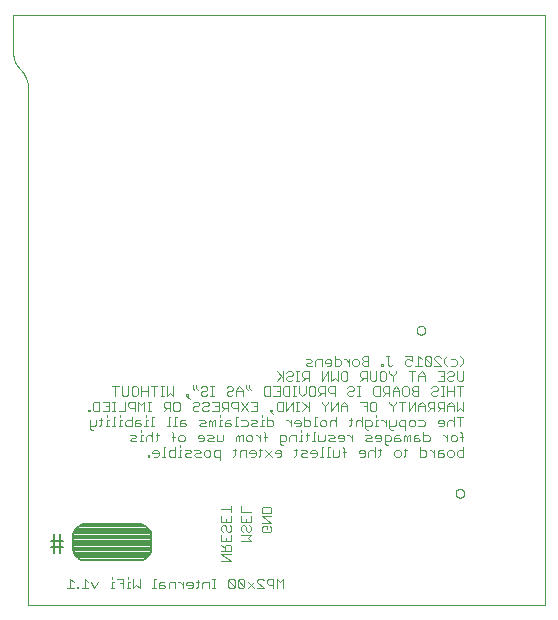
<source format=gbo>
G75*
%MOIN*%
%OFA0B0*%
%FSLAX25Y25*%
%IPPOS*%
%LPD*%
%AMOC8*
5,1,8,0,0,1.08239X$1,22.5*
%
%ADD10C,0.00000*%
%ADD11C,0.00300*%
%ADD12C,0.00800*%
%ADD13C,0.00600*%
D10*
X0006083Y0042283D02*
X0006083Y0214207D01*
X0006080Y0214441D01*
X0006072Y0214675D01*
X0006058Y0214909D01*
X0006038Y0215143D01*
X0006013Y0215376D01*
X0005983Y0215608D01*
X0005947Y0215839D01*
X0005905Y0216070D01*
X0005858Y0216299D01*
X0005806Y0216528D01*
X0005748Y0216755D01*
X0005684Y0216980D01*
X0005616Y0217204D01*
X0005542Y0217426D01*
X0005462Y0217647D01*
X0005378Y0217865D01*
X0005288Y0218082D01*
X0005194Y0218296D01*
X0005094Y0218508D01*
X0004989Y0218717D01*
X0004879Y0218924D01*
X0004764Y0219129D01*
X0004645Y0219330D01*
X0004520Y0219529D01*
X0004391Y0219724D01*
X0004258Y0219917D01*
X0004120Y0220106D01*
X0003977Y0220292D01*
X0003830Y0220474D01*
X0003679Y0220653D01*
X0003523Y0220828D01*
X0003364Y0220999D01*
X0003200Y0221167D01*
X0001083Y0226278D02*
X0001083Y0239134D01*
X0178248Y0239134D01*
X0178248Y0042283D01*
X0006083Y0042283D01*
X0135496Y0133957D02*
X0135498Y0134034D01*
X0135504Y0134110D01*
X0135514Y0134186D01*
X0135528Y0134261D01*
X0135545Y0134336D01*
X0135567Y0134409D01*
X0135592Y0134482D01*
X0135622Y0134553D01*
X0135654Y0134622D01*
X0135691Y0134689D01*
X0135730Y0134755D01*
X0135773Y0134818D01*
X0135820Y0134879D01*
X0135869Y0134938D01*
X0135922Y0134994D01*
X0135977Y0135047D01*
X0136035Y0135097D01*
X0136095Y0135144D01*
X0136158Y0135188D01*
X0136223Y0135229D01*
X0136290Y0135266D01*
X0136359Y0135300D01*
X0136429Y0135330D01*
X0136501Y0135356D01*
X0136575Y0135378D01*
X0136649Y0135397D01*
X0136724Y0135412D01*
X0136800Y0135423D01*
X0136876Y0135430D01*
X0136953Y0135433D01*
X0137029Y0135432D01*
X0137106Y0135427D01*
X0137182Y0135418D01*
X0137258Y0135405D01*
X0137332Y0135388D01*
X0137406Y0135368D01*
X0137479Y0135343D01*
X0137550Y0135315D01*
X0137620Y0135283D01*
X0137688Y0135248D01*
X0137754Y0135209D01*
X0137818Y0135167D01*
X0137879Y0135121D01*
X0137939Y0135072D01*
X0137995Y0135021D01*
X0138049Y0134966D01*
X0138100Y0134909D01*
X0138148Y0134849D01*
X0138193Y0134787D01*
X0138234Y0134722D01*
X0138272Y0134656D01*
X0138307Y0134588D01*
X0138337Y0134517D01*
X0138365Y0134446D01*
X0138388Y0134373D01*
X0138408Y0134299D01*
X0138424Y0134224D01*
X0138436Y0134148D01*
X0138444Y0134072D01*
X0138448Y0133995D01*
X0138448Y0133919D01*
X0138444Y0133842D01*
X0138436Y0133766D01*
X0138424Y0133690D01*
X0138408Y0133615D01*
X0138388Y0133541D01*
X0138365Y0133468D01*
X0138337Y0133397D01*
X0138307Y0133326D01*
X0138272Y0133258D01*
X0138234Y0133192D01*
X0138193Y0133127D01*
X0138148Y0133065D01*
X0138100Y0133005D01*
X0138049Y0132948D01*
X0137995Y0132893D01*
X0137939Y0132842D01*
X0137879Y0132793D01*
X0137818Y0132747D01*
X0137754Y0132705D01*
X0137688Y0132666D01*
X0137620Y0132631D01*
X0137550Y0132599D01*
X0137479Y0132571D01*
X0137406Y0132546D01*
X0137332Y0132526D01*
X0137258Y0132509D01*
X0137182Y0132496D01*
X0137106Y0132487D01*
X0137029Y0132482D01*
X0136953Y0132481D01*
X0136876Y0132484D01*
X0136800Y0132491D01*
X0136724Y0132502D01*
X0136649Y0132517D01*
X0136575Y0132536D01*
X0136501Y0132558D01*
X0136429Y0132584D01*
X0136359Y0132614D01*
X0136290Y0132648D01*
X0136223Y0132685D01*
X0136158Y0132726D01*
X0136095Y0132770D01*
X0136035Y0132817D01*
X0135977Y0132867D01*
X0135922Y0132920D01*
X0135869Y0132976D01*
X0135820Y0133035D01*
X0135773Y0133096D01*
X0135730Y0133159D01*
X0135691Y0133225D01*
X0135654Y0133292D01*
X0135622Y0133361D01*
X0135592Y0133432D01*
X0135567Y0133505D01*
X0135545Y0133578D01*
X0135528Y0133653D01*
X0135514Y0133728D01*
X0135504Y0133804D01*
X0135498Y0133880D01*
X0135496Y0133957D01*
X0148489Y0079626D02*
X0148491Y0079703D01*
X0148497Y0079779D01*
X0148507Y0079855D01*
X0148521Y0079930D01*
X0148538Y0080005D01*
X0148560Y0080078D01*
X0148585Y0080151D01*
X0148615Y0080222D01*
X0148647Y0080291D01*
X0148684Y0080358D01*
X0148723Y0080424D01*
X0148766Y0080487D01*
X0148813Y0080548D01*
X0148862Y0080607D01*
X0148915Y0080663D01*
X0148970Y0080716D01*
X0149028Y0080766D01*
X0149088Y0080813D01*
X0149151Y0080857D01*
X0149216Y0080898D01*
X0149283Y0080935D01*
X0149352Y0080969D01*
X0149422Y0080999D01*
X0149494Y0081025D01*
X0149568Y0081047D01*
X0149642Y0081066D01*
X0149717Y0081081D01*
X0149793Y0081092D01*
X0149869Y0081099D01*
X0149946Y0081102D01*
X0150022Y0081101D01*
X0150099Y0081096D01*
X0150175Y0081087D01*
X0150251Y0081074D01*
X0150325Y0081057D01*
X0150399Y0081037D01*
X0150472Y0081012D01*
X0150543Y0080984D01*
X0150613Y0080952D01*
X0150681Y0080917D01*
X0150747Y0080878D01*
X0150811Y0080836D01*
X0150872Y0080790D01*
X0150932Y0080741D01*
X0150988Y0080690D01*
X0151042Y0080635D01*
X0151093Y0080578D01*
X0151141Y0080518D01*
X0151186Y0080456D01*
X0151227Y0080391D01*
X0151265Y0080325D01*
X0151300Y0080257D01*
X0151330Y0080186D01*
X0151358Y0080115D01*
X0151381Y0080042D01*
X0151401Y0079968D01*
X0151417Y0079893D01*
X0151429Y0079817D01*
X0151437Y0079741D01*
X0151441Y0079664D01*
X0151441Y0079588D01*
X0151437Y0079511D01*
X0151429Y0079435D01*
X0151417Y0079359D01*
X0151401Y0079284D01*
X0151381Y0079210D01*
X0151358Y0079137D01*
X0151330Y0079066D01*
X0151300Y0078995D01*
X0151265Y0078927D01*
X0151227Y0078861D01*
X0151186Y0078796D01*
X0151141Y0078734D01*
X0151093Y0078674D01*
X0151042Y0078617D01*
X0150988Y0078562D01*
X0150932Y0078511D01*
X0150872Y0078462D01*
X0150811Y0078416D01*
X0150747Y0078374D01*
X0150681Y0078335D01*
X0150613Y0078300D01*
X0150543Y0078268D01*
X0150472Y0078240D01*
X0150399Y0078215D01*
X0150325Y0078195D01*
X0150251Y0078178D01*
X0150175Y0078165D01*
X0150099Y0078156D01*
X0150022Y0078151D01*
X0149946Y0078150D01*
X0149869Y0078153D01*
X0149793Y0078160D01*
X0149717Y0078171D01*
X0149642Y0078186D01*
X0149568Y0078205D01*
X0149494Y0078227D01*
X0149422Y0078253D01*
X0149352Y0078283D01*
X0149283Y0078317D01*
X0149216Y0078354D01*
X0149151Y0078395D01*
X0149088Y0078439D01*
X0149028Y0078486D01*
X0148970Y0078536D01*
X0148915Y0078589D01*
X0148862Y0078645D01*
X0148813Y0078704D01*
X0148766Y0078765D01*
X0148723Y0078828D01*
X0148684Y0078894D01*
X0148647Y0078961D01*
X0148615Y0079030D01*
X0148585Y0079101D01*
X0148560Y0079174D01*
X0148538Y0079247D01*
X0148521Y0079322D01*
X0148507Y0079397D01*
X0148497Y0079473D01*
X0148491Y0079549D01*
X0148489Y0079626D01*
X0003199Y0221166D02*
X0003075Y0221293D01*
X0002955Y0221423D01*
X0002837Y0221556D01*
X0002723Y0221692D01*
X0002612Y0221830D01*
X0002505Y0221972D01*
X0002401Y0222115D01*
X0002300Y0222262D01*
X0002204Y0222411D01*
X0002110Y0222562D01*
X0002021Y0222715D01*
X0001936Y0222870D01*
X0001854Y0223028D01*
X0001776Y0223187D01*
X0001702Y0223349D01*
X0001632Y0223512D01*
X0001566Y0223676D01*
X0001505Y0223843D01*
X0001447Y0224010D01*
X0001393Y0224180D01*
X0001344Y0224350D01*
X0001299Y0224521D01*
X0001258Y0224694D01*
X0001221Y0224868D01*
X0001188Y0225042D01*
X0001160Y0225217D01*
X0001136Y0225393D01*
X0001117Y0225569D01*
X0001102Y0225746D01*
X0001091Y0225923D01*
X0001084Y0226101D01*
X0001082Y0226278D01*
D11*
X0034053Y0115196D02*
X0036188Y0115196D01*
X0035120Y0115196D02*
X0035120Y0111993D01*
X0035114Y0110156D02*
X0034046Y0110156D01*
X0034580Y0110156D02*
X0034580Y0106953D01*
X0035114Y0106953D02*
X0034046Y0106953D01*
X0032965Y0106953D02*
X0030830Y0106953D01*
X0029742Y0106953D02*
X0029742Y0110156D01*
X0028141Y0110156D01*
X0027607Y0109622D01*
X0027607Y0107487D01*
X0028141Y0106953D01*
X0029742Y0106953D01*
X0030283Y0104582D02*
X0030283Y0102447D01*
X0029749Y0101913D01*
X0028668Y0102447D02*
X0028134Y0101913D01*
X0026533Y0101913D01*
X0026533Y0101380D02*
X0026533Y0104049D01*
X0028668Y0104049D02*
X0028668Y0102447D01*
X0027601Y0100846D02*
X0027067Y0100846D01*
X0026533Y0101380D01*
X0029749Y0104049D02*
X0030817Y0104049D01*
X0032431Y0104049D02*
X0032431Y0101913D01*
X0031898Y0101913D02*
X0032965Y0101913D01*
X0034046Y0101913D02*
X0035114Y0101913D01*
X0034580Y0101913D02*
X0034580Y0105116D01*
X0035114Y0105116D01*
X0036728Y0105116D02*
X0036728Y0105650D01*
X0036201Y0106953D02*
X0038336Y0106953D01*
X0038336Y0110156D01*
X0039424Y0109622D02*
X0039424Y0108555D01*
X0039958Y0108021D01*
X0041559Y0108021D01*
X0041559Y0106953D02*
X0041559Y0110156D01*
X0039958Y0110156D01*
X0039424Y0109622D01*
X0038877Y0111993D02*
X0037809Y0111993D01*
X0037276Y0112527D01*
X0037276Y0115196D01*
X0039411Y0115196D02*
X0039411Y0112527D01*
X0038877Y0111993D01*
X0040498Y0112527D02*
X0040498Y0114662D01*
X0041032Y0115196D01*
X0042100Y0115196D01*
X0042633Y0114662D01*
X0042633Y0112527D01*
X0042100Y0111993D01*
X0041032Y0111993D01*
X0040498Y0112527D01*
X0042647Y0110156D02*
X0042647Y0106953D01*
X0044782Y0106953D02*
X0044782Y0110156D01*
X0043714Y0109089D01*
X0042647Y0110156D01*
X0043721Y0111993D02*
X0043721Y0115196D01*
X0043721Y0113595D02*
X0045856Y0113595D01*
X0045856Y0115196D02*
X0045856Y0111993D01*
X0045863Y0110156D02*
X0046930Y0110156D01*
X0046397Y0110156D02*
X0046397Y0106953D01*
X0046930Y0106953D02*
X0045863Y0106953D01*
X0045322Y0105650D02*
X0045322Y0105116D01*
X0045322Y0104049D02*
X0045322Y0101913D01*
X0044789Y0101913D02*
X0045856Y0101913D01*
X0046937Y0101913D02*
X0048005Y0101913D01*
X0047471Y0101913D02*
X0047471Y0105116D01*
X0048005Y0105116D01*
X0045856Y0104049D02*
X0045322Y0104049D01*
X0043174Y0104049D02*
X0042106Y0104049D01*
X0041573Y0103515D01*
X0041573Y0101913D01*
X0043174Y0101913D01*
X0043708Y0102447D01*
X0043174Y0102981D01*
X0041573Y0102981D01*
X0040485Y0101913D02*
X0040485Y0105116D01*
X0040485Y0104049D02*
X0038884Y0104049D01*
X0038350Y0103515D01*
X0038350Y0102447D01*
X0038884Y0101913D01*
X0040485Y0101913D01*
X0039961Y0099009D02*
X0041563Y0099009D01*
X0042096Y0098475D01*
X0041563Y0097941D01*
X0040495Y0097941D01*
X0039961Y0097407D01*
X0040495Y0096873D01*
X0042096Y0096873D01*
X0043177Y0096873D02*
X0044245Y0096873D01*
X0043711Y0096873D02*
X0043711Y0099009D01*
X0044245Y0099009D01*
X0043711Y0100076D02*
X0043711Y0100610D01*
X0045332Y0098475D02*
X0045332Y0096873D01*
X0045332Y0098475D02*
X0045866Y0099009D01*
X0046934Y0099009D01*
X0047468Y0098475D01*
X0048549Y0099009D02*
X0049616Y0099009D01*
X0049082Y0099542D02*
X0049082Y0097407D01*
X0048549Y0096873D01*
X0047468Y0096873D02*
X0047468Y0100076D01*
X0051231Y0095036D02*
X0051231Y0091833D01*
X0051765Y0091833D02*
X0050697Y0091833D01*
X0049616Y0092367D02*
X0049616Y0093435D01*
X0049082Y0093969D01*
X0048015Y0093969D01*
X0047481Y0093435D01*
X0047481Y0092901D01*
X0049616Y0092901D01*
X0049616Y0092367D02*
X0049082Y0091833D01*
X0048015Y0091833D01*
X0046393Y0091833D02*
X0046393Y0092367D01*
X0045860Y0092367D01*
X0045860Y0091833D01*
X0046393Y0091833D01*
X0051231Y0095036D02*
X0051765Y0095036D01*
X0052852Y0093435D02*
X0053386Y0093969D01*
X0054987Y0093969D01*
X0054987Y0095036D02*
X0054987Y0091833D01*
X0053386Y0091833D01*
X0052852Y0092367D01*
X0052852Y0093435D01*
X0054454Y0096873D02*
X0054454Y0099542D01*
X0053920Y0100076D01*
X0053920Y0098475D02*
X0054987Y0098475D01*
X0056075Y0098475D02*
X0056609Y0099009D01*
X0057676Y0099009D01*
X0058210Y0098475D01*
X0058210Y0097407D01*
X0057676Y0096873D01*
X0056609Y0096873D01*
X0056075Y0097407D01*
X0056075Y0098475D01*
X0056602Y0095570D02*
X0056602Y0095036D01*
X0056602Y0093969D02*
X0056602Y0091833D01*
X0057136Y0091833D02*
X0056068Y0091833D01*
X0056602Y0093969D02*
X0057136Y0093969D01*
X0058223Y0093969D02*
X0059825Y0093969D01*
X0060359Y0093435D01*
X0059825Y0092901D01*
X0058757Y0092901D01*
X0058223Y0092367D01*
X0058757Y0091833D01*
X0060359Y0091833D01*
X0061446Y0092367D02*
X0061980Y0092901D01*
X0063048Y0092901D01*
X0063581Y0093435D01*
X0063048Y0093969D01*
X0061446Y0093969D01*
X0061446Y0092367D02*
X0061980Y0091833D01*
X0063581Y0091833D01*
X0064669Y0092367D02*
X0064669Y0093435D01*
X0065203Y0093969D01*
X0066270Y0093969D01*
X0066804Y0093435D01*
X0066804Y0092367D01*
X0066270Y0091833D01*
X0065203Y0091833D01*
X0064669Y0092367D01*
X0067892Y0092367D02*
X0068425Y0091833D01*
X0070027Y0091833D01*
X0070027Y0090766D02*
X0070027Y0093969D01*
X0068425Y0093969D01*
X0067892Y0093435D01*
X0067892Y0092367D01*
X0067878Y0096873D02*
X0066277Y0096873D01*
X0065743Y0097407D01*
X0066277Y0097941D01*
X0067345Y0097941D01*
X0067878Y0098475D01*
X0067345Y0099009D01*
X0065743Y0099009D01*
X0064656Y0098475D02*
X0064122Y0099009D01*
X0063054Y0099009D01*
X0062520Y0098475D01*
X0062520Y0097941D01*
X0064656Y0097941D01*
X0064656Y0097407D02*
X0064656Y0098475D01*
X0064656Y0097407D02*
X0064122Y0096873D01*
X0063054Y0096873D01*
X0063591Y0101913D02*
X0063058Y0102447D01*
X0063591Y0102981D01*
X0064659Y0102981D01*
X0065193Y0103515D01*
X0064659Y0104049D01*
X0063058Y0104049D01*
X0063591Y0101913D02*
X0065193Y0101913D01*
X0066280Y0101913D02*
X0066280Y0103515D01*
X0066814Y0104049D01*
X0067348Y0103515D01*
X0067348Y0101913D01*
X0068415Y0101913D02*
X0068415Y0104049D01*
X0067882Y0104049D01*
X0067348Y0103515D01*
X0069496Y0101913D02*
X0070564Y0101913D01*
X0070030Y0101913D02*
X0070030Y0104049D01*
X0070564Y0104049D01*
X0070030Y0105116D02*
X0070030Y0105650D01*
X0069490Y0106953D02*
X0067355Y0106953D01*
X0066267Y0107487D02*
X0065733Y0106953D01*
X0064666Y0106953D01*
X0064132Y0107487D01*
X0064132Y0108021D01*
X0064666Y0108555D01*
X0065733Y0108555D01*
X0066267Y0109089D01*
X0066267Y0109622D01*
X0065733Y0110156D01*
X0064666Y0110156D01*
X0064132Y0109622D01*
X0063044Y0109622D02*
X0063044Y0109089D01*
X0062510Y0108555D01*
X0061443Y0108555D01*
X0060909Y0108021D01*
X0060909Y0107487D01*
X0061443Y0106953D01*
X0062510Y0106953D01*
X0063044Y0107487D01*
X0063044Y0109622D02*
X0062510Y0110156D01*
X0061443Y0110156D01*
X0060909Y0109622D01*
X0059821Y0110926D02*
X0058754Y0111993D01*
X0059288Y0111993D01*
X0059288Y0112527D01*
X0058754Y0112527D01*
X0058754Y0111993D01*
X0056599Y0109622D02*
X0056599Y0107487D01*
X0056065Y0106953D01*
X0054997Y0106953D01*
X0054464Y0107487D01*
X0054464Y0109622D01*
X0054997Y0110156D01*
X0056065Y0110156D01*
X0056599Y0109622D01*
X0054450Y0111993D02*
X0053383Y0113061D01*
X0052315Y0111993D01*
X0052315Y0115196D01*
X0051227Y0115196D02*
X0050160Y0115196D01*
X0050694Y0115196D02*
X0050694Y0111993D01*
X0051227Y0111993D02*
X0050160Y0111993D01*
X0048011Y0111993D02*
X0048011Y0115196D01*
X0046944Y0115196D02*
X0049079Y0115196D01*
X0051775Y0110156D02*
X0051241Y0109622D01*
X0051241Y0108555D01*
X0051775Y0108021D01*
X0053376Y0108021D01*
X0053376Y0106953D02*
X0053376Y0110156D01*
X0051775Y0110156D01*
X0052308Y0108021D02*
X0051241Y0106953D01*
X0052842Y0105116D02*
X0052842Y0101913D01*
X0053376Y0101913D02*
X0052308Y0101913D01*
X0054457Y0101913D02*
X0055524Y0101913D01*
X0054991Y0101913D02*
X0054991Y0105116D01*
X0055524Y0105116D01*
X0056612Y0103515D02*
X0056612Y0101913D01*
X0058213Y0101913D01*
X0058747Y0102447D01*
X0058213Y0102981D01*
X0056612Y0102981D01*
X0056612Y0103515D02*
X0057146Y0104049D01*
X0058213Y0104049D01*
X0053376Y0105116D02*
X0052842Y0105116D01*
X0054450Y0111993D02*
X0054450Y0115196D01*
X0060906Y0114662D02*
X0061440Y0114129D01*
X0061973Y0114662D02*
X0062507Y0114129D01*
X0061973Y0114662D02*
X0061973Y0115730D01*
X0060906Y0115730D02*
X0060906Y0114662D01*
X0063595Y0114662D02*
X0064128Y0115196D01*
X0065196Y0115196D01*
X0065730Y0114662D01*
X0065730Y0114129D01*
X0065196Y0113595D01*
X0064128Y0113595D01*
X0063595Y0113061D01*
X0063595Y0112527D01*
X0064128Y0111993D01*
X0065196Y0111993D01*
X0065730Y0112527D01*
X0066811Y0111993D02*
X0067878Y0111993D01*
X0067345Y0111993D02*
X0067345Y0115196D01*
X0067878Y0115196D02*
X0066811Y0115196D01*
X0067355Y0110156D02*
X0069490Y0110156D01*
X0069490Y0106953D01*
X0070577Y0106953D02*
X0071645Y0108021D01*
X0071111Y0108021D02*
X0072712Y0108021D01*
X0072712Y0106953D02*
X0072712Y0110156D01*
X0071111Y0110156D01*
X0070577Y0109622D01*
X0070577Y0108555D01*
X0071111Y0108021D01*
X0069490Y0108555D02*
X0068422Y0108555D01*
X0072189Y0112527D02*
X0072722Y0111993D01*
X0073790Y0111993D01*
X0074324Y0112527D01*
X0073790Y0113595D02*
X0072722Y0113595D01*
X0072189Y0113061D01*
X0072189Y0112527D01*
X0073790Y0113595D02*
X0074324Y0114129D01*
X0074324Y0114662D01*
X0073790Y0115196D01*
X0072722Y0115196D01*
X0072189Y0114662D01*
X0075411Y0114129D02*
X0075411Y0111993D01*
X0075411Y0113595D02*
X0077547Y0113595D01*
X0077547Y0114129D02*
X0077547Y0111993D01*
X0077023Y0110156D02*
X0079158Y0106953D01*
X0080246Y0106953D02*
X0082381Y0106953D01*
X0082381Y0110156D01*
X0080246Y0110156D01*
X0079158Y0110156D02*
X0077023Y0106953D01*
X0075935Y0106953D02*
X0075935Y0110156D01*
X0074334Y0110156D01*
X0073800Y0109622D01*
X0073800Y0108555D01*
X0074334Y0108021D01*
X0075935Y0108021D01*
X0075935Y0105116D02*
X0075401Y0105116D01*
X0075401Y0101913D01*
X0074868Y0101913D02*
X0075935Y0101913D01*
X0077023Y0101913D02*
X0078624Y0101913D01*
X0079158Y0102447D01*
X0079158Y0103515D01*
X0078624Y0104049D01*
X0077023Y0104049D01*
X0073787Y0102447D02*
X0073253Y0102981D01*
X0071652Y0102981D01*
X0071652Y0103515D02*
X0071652Y0101913D01*
X0073253Y0101913D01*
X0073787Y0102447D01*
X0073253Y0104049D02*
X0072185Y0104049D01*
X0071652Y0103515D01*
X0071101Y0099009D02*
X0071101Y0097407D01*
X0070567Y0096873D01*
X0068966Y0096873D01*
X0068966Y0099009D01*
X0074331Y0093969D02*
X0075398Y0093969D01*
X0074864Y0094502D02*
X0074864Y0092367D01*
X0074331Y0091833D01*
X0076486Y0091833D02*
X0076486Y0093435D01*
X0077019Y0093969D01*
X0078621Y0093969D01*
X0078621Y0091833D01*
X0079708Y0092901D02*
X0081844Y0092901D01*
X0081844Y0092367D02*
X0081844Y0093435D01*
X0081310Y0093969D01*
X0080242Y0093969D01*
X0079708Y0093435D01*
X0079708Y0092901D01*
X0080242Y0091833D02*
X0081310Y0091833D01*
X0081844Y0092367D01*
X0082925Y0091833D02*
X0083458Y0092367D01*
X0083458Y0094502D01*
X0082925Y0093969D02*
X0083992Y0093969D01*
X0085080Y0093969D02*
X0087215Y0091833D01*
X0088302Y0092901D02*
X0090438Y0092901D01*
X0090438Y0092367D02*
X0090438Y0093435D01*
X0089904Y0093969D01*
X0088836Y0093969D01*
X0088302Y0093435D01*
X0088302Y0092901D01*
X0088836Y0091833D02*
X0089904Y0091833D01*
X0090438Y0092367D01*
X0090448Y0095806D02*
X0089914Y0096340D01*
X0089914Y0099009D01*
X0091515Y0099009D01*
X0092049Y0098475D01*
X0092049Y0097407D01*
X0091515Y0096873D01*
X0089914Y0096873D01*
X0090448Y0095806D02*
X0090981Y0095806D01*
X0093137Y0096873D02*
X0093137Y0098475D01*
X0093670Y0099009D01*
X0095272Y0099009D01*
X0095272Y0096873D01*
X0096353Y0096873D02*
X0097420Y0096873D01*
X0096886Y0096873D02*
X0096886Y0099009D01*
X0097420Y0099009D01*
X0098501Y0099009D02*
X0099569Y0099009D01*
X0099035Y0099542D02*
X0099035Y0097407D01*
X0098501Y0096873D01*
X0098498Y0093969D02*
X0096896Y0093969D01*
X0095809Y0093969D02*
X0094741Y0093969D01*
X0095275Y0094502D02*
X0095275Y0092367D01*
X0094741Y0091833D01*
X0096896Y0092367D02*
X0097430Y0091833D01*
X0099032Y0091833D01*
X0098498Y0092901D02*
X0099032Y0093435D01*
X0098498Y0093969D01*
X0098498Y0092901D02*
X0097430Y0092901D01*
X0096896Y0092367D01*
X0100119Y0092901D02*
X0102254Y0092901D01*
X0102254Y0092367D02*
X0102254Y0093435D01*
X0101721Y0093969D01*
X0100653Y0093969D01*
X0100119Y0093435D01*
X0100119Y0092901D01*
X0100653Y0091833D02*
X0101721Y0091833D01*
X0102254Y0092367D01*
X0103335Y0091833D02*
X0104403Y0091833D01*
X0103869Y0091833D02*
X0103869Y0095036D01*
X0104403Y0095036D01*
X0106018Y0095036D02*
X0106018Y0091833D01*
X0106551Y0091833D02*
X0105484Y0091833D01*
X0107639Y0091833D02*
X0107639Y0093969D01*
X0106551Y0095036D02*
X0106018Y0095036D01*
X0106561Y0096873D02*
X0106028Y0097407D01*
X0106561Y0097941D01*
X0107629Y0097941D01*
X0108163Y0098475D01*
X0107629Y0099009D01*
X0106028Y0099009D01*
X0104940Y0099009D02*
X0104940Y0097407D01*
X0104406Y0096873D01*
X0102805Y0096873D01*
X0102805Y0099009D01*
X0101717Y0100076D02*
X0101183Y0100076D01*
X0101183Y0096873D01*
X0100650Y0096873D02*
X0101717Y0096873D01*
X0096886Y0100076D02*
X0096886Y0100610D01*
X0096349Y0101913D02*
X0096883Y0102447D01*
X0096883Y0103515D01*
X0096349Y0104049D01*
X0095282Y0104049D01*
X0094748Y0103515D01*
X0094748Y0102981D01*
X0096883Y0102981D01*
X0096349Y0101913D02*
X0095282Y0101913D01*
X0093660Y0101913D02*
X0093660Y0104049D01*
X0092593Y0104049D02*
X0093660Y0102981D01*
X0092593Y0104049D02*
X0092059Y0104049D01*
X0092062Y0106953D02*
X0092062Y0110156D01*
X0090975Y0110156D02*
X0090975Y0106953D01*
X0089373Y0106953D01*
X0088840Y0107487D01*
X0088840Y0109622D01*
X0089373Y0110156D01*
X0090975Y0110156D01*
X0091522Y0111993D02*
X0090988Y0112527D01*
X0090988Y0114662D01*
X0091522Y0115196D01*
X0093123Y0115196D01*
X0093123Y0111993D01*
X0091522Y0111993D01*
X0089900Y0111993D02*
X0089900Y0115196D01*
X0087765Y0115196D01*
X0086678Y0115196D02*
X0085076Y0115196D01*
X0084543Y0114662D01*
X0084543Y0112527D01*
X0085076Y0111993D01*
X0086678Y0111993D01*
X0086678Y0115196D01*
X0088833Y0113595D02*
X0089900Y0113595D01*
X0089900Y0111993D02*
X0087765Y0111993D01*
X0087218Y0107487D02*
X0087218Y0106953D01*
X0086684Y0106953D01*
X0086684Y0107487D01*
X0087218Y0107487D01*
X0086684Y0106953D02*
X0087752Y0105886D01*
X0087218Y0104049D02*
X0085617Y0104049D01*
X0085617Y0105116D02*
X0085617Y0101913D01*
X0087218Y0101913D01*
X0087752Y0102447D01*
X0087752Y0103515D01*
X0087218Y0104049D01*
X0084529Y0104049D02*
X0083995Y0104049D01*
X0083995Y0101913D01*
X0083462Y0101913D02*
X0084529Y0101913D01*
X0084536Y0100076D02*
X0085070Y0099542D01*
X0085070Y0096873D01*
X0083455Y0096873D02*
X0083455Y0099009D01*
X0083455Y0097941D02*
X0082387Y0099009D01*
X0081854Y0099009D01*
X0080769Y0098475D02*
X0080769Y0097407D01*
X0080236Y0096873D01*
X0079168Y0096873D01*
X0078634Y0097407D01*
X0078634Y0098475D01*
X0079168Y0099009D01*
X0080236Y0099009D01*
X0080769Y0098475D01*
X0077547Y0099009D02*
X0077547Y0096873D01*
X0076479Y0096873D02*
X0076479Y0098475D01*
X0075945Y0099009D01*
X0075411Y0098475D01*
X0075411Y0096873D01*
X0076479Y0098475D02*
X0077013Y0099009D01*
X0077547Y0099009D01*
X0080779Y0101913D02*
X0080246Y0102447D01*
X0080779Y0102981D01*
X0081847Y0102981D01*
X0082381Y0103515D01*
X0081847Y0104049D01*
X0080246Y0104049D01*
X0080779Y0101913D02*
X0082381Y0101913D01*
X0083995Y0105116D02*
X0083995Y0105650D01*
X0082381Y0108555D02*
X0081313Y0108555D01*
X0080232Y0114129D02*
X0079698Y0114662D01*
X0079698Y0115730D01*
X0078631Y0115730D02*
X0078631Y0114662D01*
X0079165Y0114129D01*
X0077547Y0114129D02*
X0076479Y0115196D01*
X0075411Y0114129D01*
X0088840Y0117033D02*
X0090441Y0118635D01*
X0090975Y0118101D02*
X0088840Y0120236D01*
X0090975Y0120236D02*
X0090975Y0117033D01*
X0092062Y0117567D02*
X0092596Y0117033D01*
X0093664Y0117033D01*
X0094197Y0117567D01*
X0093664Y0118635D02*
X0092596Y0118635D01*
X0092062Y0118101D01*
X0092062Y0117567D01*
X0093664Y0118635D02*
X0094197Y0119169D01*
X0094197Y0119702D01*
X0093664Y0120236D01*
X0092596Y0120236D01*
X0092062Y0119702D01*
X0095278Y0120236D02*
X0096346Y0120236D01*
X0095812Y0120236D02*
X0095812Y0117033D01*
X0096346Y0117033D02*
X0095278Y0117033D01*
X0095272Y0115196D02*
X0094204Y0115196D01*
X0094738Y0115196D02*
X0094738Y0111993D01*
X0095272Y0111993D02*
X0094204Y0111993D01*
X0094197Y0110156D02*
X0092062Y0106953D01*
X0094197Y0106953D02*
X0094197Y0110156D01*
X0095278Y0110156D02*
X0096346Y0110156D01*
X0095812Y0110156D02*
X0095812Y0106953D01*
X0096346Y0106953D02*
X0095278Y0106953D01*
X0097434Y0106953D02*
X0099035Y0108555D01*
X0099569Y0108021D02*
X0097434Y0110156D01*
X0097427Y0111993D02*
X0096359Y0113061D01*
X0096359Y0115196D01*
X0097434Y0117033D02*
X0098501Y0118101D01*
X0097967Y0118101D02*
X0099569Y0118101D01*
X0099569Y0117033D02*
X0099569Y0120236D01*
X0097967Y0120236D01*
X0097434Y0119702D01*
X0097434Y0118635D01*
X0097967Y0118101D01*
X0098494Y0115196D02*
X0098494Y0113061D01*
X0097427Y0111993D01*
X0099582Y0112527D02*
X0099582Y0114662D01*
X0100116Y0115196D01*
X0101183Y0115196D01*
X0101717Y0114662D01*
X0101717Y0112527D01*
X0101183Y0111993D01*
X0100116Y0111993D01*
X0099582Y0112527D01*
X0099569Y0110156D02*
X0099569Y0106953D01*
X0097971Y0105116D02*
X0097971Y0101913D01*
X0099572Y0101913D01*
X0100106Y0102447D01*
X0100106Y0103515D01*
X0099572Y0104049D01*
X0097971Y0104049D01*
X0101187Y0101913D02*
X0102254Y0101913D01*
X0101721Y0101913D02*
X0101721Y0105116D01*
X0102254Y0105116D01*
X0103342Y0103515D02*
X0103876Y0104049D01*
X0104943Y0104049D01*
X0105477Y0103515D01*
X0105477Y0102447D01*
X0104943Y0101913D01*
X0103876Y0101913D01*
X0103342Y0102447D01*
X0103342Y0103515D01*
X0106565Y0103515D02*
X0106565Y0101913D01*
X0106565Y0103515D02*
X0107098Y0104049D01*
X0108166Y0104049D01*
X0108700Y0103515D01*
X0108700Y0105116D02*
X0108700Y0101913D01*
X0109784Y0099009D02*
X0109250Y0098475D01*
X0109250Y0097941D01*
X0111385Y0097941D01*
X0111385Y0097407D02*
X0111385Y0098475D01*
X0110852Y0099009D01*
X0109784Y0099009D01*
X0109784Y0096873D02*
X0110852Y0096873D01*
X0111385Y0097407D01*
X0112470Y0099009D02*
X0113004Y0099009D01*
X0114071Y0097941D01*
X0114071Y0096873D02*
X0114071Y0099009D01*
X0113004Y0101913D02*
X0113537Y0102447D01*
X0113537Y0104582D01*
X0113004Y0104049D02*
X0114071Y0104049D01*
X0115159Y0103515D02*
X0115159Y0101913D01*
X0115159Y0103515D02*
X0115692Y0104049D01*
X0116760Y0104049D01*
X0117294Y0103515D01*
X0118381Y0104049D02*
X0118381Y0101380D01*
X0118915Y0100846D01*
X0119449Y0100846D01*
X0119983Y0101913D02*
X0118381Y0101913D01*
X0117294Y0101913D02*
X0117294Y0105116D01*
X0118381Y0104049D02*
X0119983Y0104049D01*
X0120517Y0103515D01*
X0120517Y0102447D01*
X0119983Y0101913D01*
X0121598Y0101913D02*
X0122665Y0101913D01*
X0122131Y0101913D02*
X0122131Y0104049D01*
X0122665Y0104049D01*
X0123749Y0104049D02*
X0124283Y0104049D01*
X0125351Y0102981D01*
X0125351Y0101913D02*
X0125351Y0104049D01*
X0126438Y0104049D02*
X0126438Y0101380D01*
X0126972Y0100846D01*
X0127506Y0100846D01*
X0128040Y0101913D02*
X0126438Y0101913D01*
X0128040Y0101913D02*
X0128573Y0102447D01*
X0128573Y0104049D01*
X0129661Y0103515D02*
X0129661Y0102447D01*
X0130195Y0101913D01*
X0131796Y0101913D01*
X0131796Y0100846D02*
X0131796Y0104049D01*
X0130195Y0104049D01*
X0129661Y0103515D01*
X0132884Y0103515D02*
X0133418Y0104049D01*
X0134485Y0104049D01*
X0135019Y0103515D01*
X0135019Y0102447D01*
X0134485Y0101913D01*
X0133418Y0101913D01*
X0132884Y0102447D01*
X0132884Y0103515D01*
X0136107Y0104049D02*
X0137708Y0104049D01*
X0138242Y0103515D01*
X0138242Y0102447D01*
X0137708Y0101913D01*
X0136107Y0101913D01*
X0137718Y0100076D02*
X0137718Y0096873D01*
X0139319Y0096873D01*
X0139853Y0097407D01*
X0139853Y0098475D01*
X0139319Y0099009D01*
X0137718Y0099009D01*
X0136097Y0099009D02*
X0135029Y0099009D01*
X0134495Y0098475D01*
X0134495Y0096873D01*
X0136097Y0096873D01*
X0136630Y0097407D01*
X0136097Y0097941D01*
X0134495Y0097941D01*
X0133408Y0096873D02*
X0133408Y0099009D01*
X0132874Y0099009D01*
X0132340Y0098475D01*
X0131806Y0099009D01*
X0131272Y0098475D01*
X0131272Y0096873D01*
X0132340Y0096873D02*
X0132340Y0098475D01*
X0130185Y0097407D02*
X0129651Y0096873D01*
X0128050Y0096873D01*
X0128050Y0098475D01*
X0128583Y0099009D01*
X0129651Y0099009D01*
X0129651Y0097941D02*
X0128050Y0097941D01*
X0126962Y0097407D02*
X0126428Y0096873D01*
X0124827Y0096873D01*
X0124827Y0096340D02*
X0124827Y0099009D01*
X0126428Y0099009D01*
X0126962Y0098475D01*
X0126962Y0097407D01*
X0125895Y0095806D02*
X0125361Y0095806D01*
X0124827Y0096340D01*
X0123739Y0097407D02*
X0123739Y0098475D01*
X0123206Y0099009D01*
X0122138Y0099009D01*
X0121604Y0098475D01*
X0121604Y0097941D01*
X0123739Y0097941D01*
X0123739Y0097407D02*
X0123206Y0096873D01*
X0122138Y0096873D01*
X0120517Y0096873D02*
X0118915Y0096873D01*
X0118381Y0097407D01*
X0118915Y0097941D01*
X0119983Y0097941D01*
X0120517Y0098475D01*
X0119983Y0099009D01*
X0118381Y0099009D01*
X0121591Y0095036D02*
X0121591Y0091833D01*
X0122672Y0091833D02*
X0123206Y0092367D01*
X0123206Y0094502D01*
X0123739Y0093969D02*
X0122672Y0093969D01*
X0121591Y0093435D02*
X0121057Y0093969D01*
X0119989Y0093969D01*
X0119456Y0093435D01*
X0119456Y0091833D01*
X0118368Y0092367D02*
X0118368Y0093435D01*
X0117834Y0093969D01*
X0116767Y0093969D01*
X0116233Y0093435D01*
X0116233Y0092901D01*
X0118368Y0092901D01*
X0118368Y0092367D02*
X0117834Y0091833D01*
X0116767Y0091833D01*
X0111923Y0093435D02*
X0110855Y0093435D01*
X0111389Y0094502D02*
X0110855Y0095036D01*
X0111389Y0094502D02*
X0111389Y0091833D01*
X0109774Y0092367D02*
X0109240Y0091833D01*
X0107639Y0091833D01*
X0109774Y0092367D02*
X0109774Y0093969D01*
X0108163Y0096873D02*
X0106561Y0096873D01*
X0107102Y0106953D02*
X0107102Y0110156D01*
X0106014Y0110156D02*
X0106014Y0109622D01*
X0104947Y0108555D01*
X0104947Y0106953D01*
X0104947Y0108555D02*
X0103879Y0109622D01*
X0103879Y0110156D01*
X0104940Y0111993D02*
X0104940Y0115196D01*
X0103339Y0115196D01*
X0102805Y0114662D01*
X0102805Y0113595D01*
X0103339Y0113061D01*
X0104940Y0113061D01*
X0103872Y0113061D02*
X0102805Y0111993D01*
X0106028Y0113595D02*
X0106561Y0113061D01*
X0108163Y0113061D01*
X0108163Y0111993D02*
X0108163Y0115196D01*
X0106561Y0115196D01*
X0106028Y0114662D01*
X0106028Y0113595D01*
X0109237Y0110156D02*
X0107102Y0106953D01*
X0109237Y0106953D02*
X0109237Y0110156D01*
X0110325Y0109089D02*
X0110325Y0106953D01*
X0110325Y0108555D02*
X0112460Y0108555D01*
X0112460Y0109089D02*
X0111392Y0110156D01*
X0110325Y0109089D01*
X0112460Y0109089D02*
X0112460Y0106953D01*
X0113007Y0111993D02*
X0112473Y0112527D01*
X0112473Y0113061D01*
X0113007Y0113595D01*
X0114074Y0113595D01*
X0114608Y0114129D01*
X0114608Y0114662D01*
X0114074Y0115196D01*
X0113007Y0115196D01*
X0112473Y0114662D01*
X0111926Y0117033D02*
X0110858Y0117033D01*
X0110325Y0117567D01*
X0110325Y0119702D01*
X0110858Y0120236D01*
X0111926Y0120236D01*
X0112460Y0119702D01*
X0112460Y0117567D01*
X0111926Y0117033D01*
X0109237Y0117033D02*
X0108169Y0118101D01*
X0107102Y0117033D01*
X0107102Y0120236D01*
X0106014Y0120236D02*
X0103879Y0117033D01*
X0103879Y0120236D01*
X0103866Y0122073D02*
X0103866Y0124209D01*
X0102264Y0124209D01*
X0101731Y0123675D01*
X0101731Y0122073D01*
X0100643Y0122073D02*
X0099042Y0122073D01*
X0098508Y0122607D01*
X0099042Y0123141D01*
X0100109Y0123141D01*
X0100643Y0123675D01*
X0100109Y0124209D01*
X0098508Y0124209D01*
X0104953Y0123675D02*
X0104953Y0123141D01*
X0107088Y0123141D01*
X0107088Y0122607D02*
X0107088Y0123675D01*
X0106555Y0124209D01*
X0105487Y0124209D01*
X0104953Y0123675D01*
X0105487Y0122073D02*
X0106555Y0122073D01*
X0107088Y0122607D01*
X0108176Y0122073D02*
X0108176Y0125276D01*
X0108176Y0124209D02*
X0109777Y0124209D01*
X0110311Y0123675D01*
X0110311Y0122607D01*
X0109777Y0122073D01*
X0108176Y0122073D01*
X0109237Y0120236D02*
X0109237Y0117033D01*
X0106014Y0117033D02*
X0106014Y0120236D01*
X0111395Y0124209D02*
X0111929Y0124209D01*
X0112997Y0123141D01*
X0112997Y0122073D02*
X0112997Y0124209D01*
X0114084Y0123675D02*
X0114618Y0124209D01*
X0115686Y0124209D01*
X0116220Y0123675D01*
X0116220Y0122607D01*
X0115686Y0122073D01*
X0114618Y0122073D01*
X0114084Y0122607D01*
X0114084Y0123675D01*
X0117307Y0124209D02*
X0117841Y0123675D01*
X0119442Y0123675D01*
X0117841Y0123675D02*
X0117307Y0123141D01*
X0117307Y0122607D01*
X0117841Y0122073D01*
X0119442Y0122073D01*
X0119442Y0125276D01*
X0117841Y0125276D01*
X0117307Y0124742D01*
X0117307Y0124209D01*
X0117304Y0120236D02*
X0116770Y0119702D01*
X0116770Y0118635D01*
X0117304Y0118101D01*
X0118905Y0118101D01*
X0117838Y0118101D02*
X0116770Y0117033D01*
X0116757Y0115196D02*
X0115689Y0115196D01*
X0116223Y0115196D02*
X0116223Y0111993D01*
X0116757Y0111993D02*
X0115689Y0111993D01*
X0114608Y0112527D02*
X0114074Y0111993D01*
X0113007Y0111993D01*
X0116770Y0110156D02*
X0118905Y0110156D01*
X0118905Y0106953D01*
X0119993Y0107487D02*
X0119993Y0109622D01*
X0120527Y0110156D01*
X0121594Y0110156D01*
X0122128Y0109622D01*
X0122128Y0107487D01*
X0121594Y0106953D01*
X0120527Y0106953D01*
X0119993Y0107487D01*
X0118905Y0108555D02*
X0117838Y0108555D01*
X0121601Y0111993D02*
X0121067Y0112527D01*
X0121067Y0114662D01*
X0121601Y0115196D01*
X0123202Y0115196D01*
X0123202Y0111993D01*
X0121601Y0111993D01*
X0124290Y0111993D02*
X0125357Y0113061D01*
X0124824Y0113061D02*
X0126425Y0113061D01*
X0126425Y0111993D02*
X0126425Y0115196D01*
X0124824Y0115196D01*
X0124290Y0114662D01*
X0124290Y0113595D01*
X0124824Y0113061D01*
X0126438Y0110156D02*
X0126438Y0109622D01*
X0127506Y0108555D01*
X0127506Y0106953D01*
X0127506Y0108555D02*
X0128573Y0109622D01*
X0128573Y0110156D01*
X0129661Y0110156D02*
X0131796Y0110156D01*
X0130729Y0110156D02*
X0130729Y0106953D01*
X0132884Y0106953D02*
X0132884Y0110156D01*
X0132337Y0111993D02*
X0131269Y0111993D01*
X0130735Y0112527D01*
X0130735Y0114662D01*
X0131269Y0115196D01*
X0132337Y0115196D01*
X0132870Y0114662D01*
X0132870Y0112527D01*
X0132337Y0111993D01*
X0133958Y0112527D02*
X0134492Y0111993D01*
X0136093Y0111993D01*
X0136093Y0115196D01*
X0134492Y0115196D01*
X0133958Y0114662D01*
X0133958Y0114129D01*
X0134492Y0113595D01*
X0136093Y0113595D01*
X0134492Y0113595D02*
X0133958Y0113061D01*
X0133958Y0112527D01*
X0135019Y0110156D02*
X0132884Y0106953D01*
X0135019Y0106953D02*
X0135019Y0110156D01*
X0136107Y0109089D02*
X0136107Y0106953D01*
X0136107Y0108555D02*
X0138242Y0108555D01*
X0138242Y0109089D02*
X0137174Y0110156D01*
X0136107Y0109089D01*
X0138242Y0109089D02*
X0138242Y0106953D01*
X0139329Y0106953D02*
X0140397Y0108021D01*
X0139863Y0108021D02*
X0141464Y0108021D01*
X0141464Y0106953D02*
X0141464Y0110156D01*
X0139863Y0110156D01*
X0139329Y0109622D01*
X0139329Y0108555D01*
X0139863Y0108021D01*
X0142552Y0108555D02*
X0142552Y0109622D01*
X0143086Y0110156D01*
X0144687Y0110156D01*
X0144687Y0106953D01*
X0144687Y0108021D02*
X0143086Y0108021D01*
X0142552Y0108555D01*
X0143620Y0108021D02*
X0142552Y0106953D01*
X0143086Y0104049D02*
X0142552Y0103515D01*
X0142552Y0102981D01*
X0144687Y0102981D01*
X0144687Y0102447D02*
X0144687Y0103515D01*
X0144153Y0104049D01*
X0143086Y0104049D01*
X0143086Y0101913D02*
X0144153Y0101913D01*
X0144687Y0102447D01*
X0145775Y0101913D02*
X0145775Y0103515D01*
X0146309Y0104049D01*
X0147376Y0104049D01*
X0147910Y0103515D01*
X0147910Y0105116D02*
X0147910Y0101913D01*
X0150065Y0101913D02*
X0150065Y0105116D01*
X0148998Y0105116D02*
X0151133Y0105116D01*
X0151133Y0106953D02*
X0150065Y0108021D01*
X0148998Y0106953D01*
X0148998Y0110156D01*
X0147910Y0109089D02*
X0146842Y0110156D01*
X0145775Y0109089D01*
X0145775Y0106953D01*
X0145775Y0108555D02*
X0147910Y0108555D01*
X0147910Y0109089D02*
X0147910Y0106953D01*
X0151133Y0106953D02*
X0151133Y0110156D01*
X0150065Y0111993D02*
X0150065Y0115196D01*
X0148998Y0115196D02*
X0151133Y0115196D01*
X0150599Y0117033D02*
X0149531Y0117033D01*
X0148998Y0117567D01*
X0148998Y0120236D01*
X0147910Y0119702D02*
X0147910Y0119169D01*
X0147376Y0118635D01*
X0146309Y0118635D01*
X0145775Y0118101D01*
X0145775Y0117567D01*
X0146309Y0117033D01*
X0147376Y0117033D01*
X0147910Y0117567D01*
X0147910Y0119702D02*
X0147376Y0120236D01*
X0146309Y0120236D01*
X0145775Y0119702D01*
X0144687Y0120236D02*
X0144687Y0117033D01*
X0142552Y0117033D01*
X0142005Y0115196D02*
X0140937Y0115196D01*
X0140404Y0114662D01*
X0140937Y0113595D02*
X0140404Y0113061D01*
X0140404Y0112527D01*
X0140937Y0111993D01*
X0142005Y0111993D01*
X0142539Y0112527D01*
X0142005Y0113595D02*
X0140937Y0113595D01*
X0142005Y0113595D02*
X0142539Y0114129D01*
X0142539Y0114662D01*
X0142005Y0115196D01*
X0143620Y0115196D02*
X0144687Y0115196D01*
X0144153Y0115196D02*
X0144153Y0111993D01*
X0143620Y0111993D02*
X0144687Y0111993D01*
X0145775Y0111993D02*
X0145775Y0115196D01*
X0145775Y0113595D02*
X0147910Y0113595D01*
X0147910Y0115196D02*
X0147910Y0111993D01*
X0150599Y0117033D02*
X0151133Y0117567D01*
X0151133Y0120236D01*
X0150065Y0122073D02*
X0151133Y0123141D01*
X0151133Y0124209D01*
X0150065Y0125276D01*
X0148984Y0123675D02*
X0148984Y0122607D01*
X0148450Y0122073D01*
X0146849Y0122073D01*
X0145761Y0122073D02*
X0144694Y0123141D01*
X0144694Y0124209D01*
X0145761Y0125276D01*
X0146849Y0124209D02*
X0148450Y0124209D01*
X0148984Y0123675D01*
X0143613Y0124742D02*
X0143079Y0125276D01*
X0142012Y0125276D01*
X0141478Y0124742D01*
X0141478Y0124209D01*
X0143613Y0122073D01*
X0141478Y0122073D01*
X0140390Y0122607D02*
X0138255Y0124742D01*
X0138255Y0122607D01*
X0138789Y0122073D01*
X0139856Y0122073D01*
X0140390Y0122607D01*
X0140390Y0124742D01*
X0139856Y0125276D01*
X0138789Y0125276D01*
X0138255Y0124742D01*
X0137167Y0124209D02*
X0136100Y0125276D01*
X0136100Y0122073D01*
X0137167Y0122073D02*
X0135032Y0122073D01*
X0133945Y0122607D02*
X0133411Y0122073D01*
X0132343Y0122073D01*
X0131810Y0122607D01*
X0131810Y0123675D01*
X0132343Y0124209D01*
X0132877Y0124209D01*
X0133945Y0123675D01*
X0133945Y0125276D01*
X0131810Y0125276D01*
X0127499Y0122607D02*
X0126965Y0122073D01*
X0126432Y0122073D01*
X0125898Y0122607D01*
X0125898Y0125276D01*
X0126432Y0125276D02*
X0125364Y0125276D01*
X0124276Y0122607D02*
X0123743Y0122607D01*
X0123743Y0122073D01*
X0124276Y0122073D01*
X0124276Y0122607D01*
X0123749Y0120236D02*
X0123216Y0119702D01*
X0123216Y0117567D01*
X0123749Y0117033D01*
X0124817Y0117033D01*
X0125351Y0117567D01*
X0125351Y0119702D01*
X0124817Y0120236D01*
X0123749Y0120236D01*
X0122128Y0120236D02*
X0122128Y0117567D01*
X0121594Y0117033D01*
X0120527Y0117033D01*
X0119993Y0117567D01*
X0119993Y0120236D01*
X0118905Y0120236D02*
X0117304Y0120236D01*
X0118905Y0120236D02*
X0118905Y0117033D01*
X0126438Y0119702D02*
X0126438Y0120236D01*
X0126438Y0119702D02*
X0127506Y0118635D01*
X0127506Y0117033D01*
X0127506Y0118635D02*
X0128573Y0119702D01*
X0128573Y0120236D01*
X0128580Y0115196D02*
X0127513Y0114129D01*
X0127513Y0111993D01*
X0127513Y0113595D02*
X0129648Y0113595D01*
X0129648Y0114129D02*
X0129648Y0111993D01*
X0129648Y0114129D02*
X0128580Y0115196D01*
X0133951Y0117033D02*
X0133951Y0120236D01*
X0132884Y0120236D02*
X0135019Y0120236D01*
X0136107Y0119169D02*
X0136107Y0117033D01*
X0136107Y0118635D02*
X0138242Y0118635D01*
X0138242Y0119169D02*
X0138242Y0117033D01*
X0138242Y0119169D02*
X0137174Y0120236D01*
X0136107Y0119169D01*
X0142552Y0120236D02*
X0144687Y0120236D01*
X0144687Y0118635D02*
X0143620Y0118635D01*
X0150065Y0100076D02*
X0150599Y0099542D01*
X0150599Y0096873D01*
X0151133Y0098475D02*
X0150065Y0098475D01*
X0148984Y0098475D02*
X0148984Y0097407D01*
X0148450Y0096873D01*
X0147383Y0096873D01*
X0146849Y0097407D01*
X0146849Y0098475D01*
X0147383Y0099009D01*
X0148450Y0099009D01*
X0148984Y0098475D01*
X0151133Y0095036D02*
X0151133Y0091833D01*
X0149531Y0091833D01*
X0148998Y0092367D01*
X0148998Y0093435D01*
X0149531Y0093969D01*
X0151133Y0093969D01*
X0147910Y0093435D02*
X0147910Y0092367D01*
X0147376Y0091833D01*
X0146309Y0091833D01*
X0145775Y0092367D01*
X0145775Y0093435D01*
X0146309Y0093969D01*
X0147376Y0093969D01*
X0147910Y0093435D01*
X0145761Y0096873D02*
X0145761Y0099009D01*
X0144694Y0099009D02*
X0145761Y0097941D01*
X0144694Y0099009D02*
X0144160Y0099009D01*
X0144153Y0093969D02*
X0143086Y0093969D01*
X0142552Y0093435D01*
X0142552Y0091833D01*
X0144153Y0091833D01*
X0144687Y0092367D01*
X0144153Y0092901D01*
X0142552Y0092901D01*
X0141464Y0092901D02*
X0140397Y0093969D01*
X0139863Y0093969D01*
X0138779Y0093435D02*
X0138245Y0093969D01*
X0136644Y0093969D01*
X0136644Y0095036D02*
X0136644Y0091833D01*
X0138245Y0091833D01*
X0138779Y0092367D01*
X0138779Y0093435D01*
X0141464Y0093969D02*
X0141464Y0091833D01*
X0132333Y0093969D02*
X0131266Y0093969D01*
X0131800Y0094502D02*
X0131800Y0092367D01*
X0131266Y0091833D01*
X0130185Y0092367D02*
X0129651Y0091833D01*
X0128583Y0091833D01*
X0128050Y0092367D01*
X0128050Y0093435D01*
X0128583Y0093969D01*
X0129651Y0093969D01*
X0130185Y0093435D01*
X0130185Y0092367D01*
X0130185Y0097407D02*
X0129651Y0097941D01*
X0122131Y0105116D02*
X0122131Y0105650D01*
X0087215Y0093969D02*
X0085080Y0091833D01*
X0085603Y0098475D02*
X0084536Y0098475D01*
X0077083Y0075346D02*
X0077083Y0073211D01*
X0080285Y0073211D01*
X0080285Y0072123D02*
X0080285Y0069988D01*
X0077083Y0069988D01*
X0077083Y0072123D01*
X0078684Y0071056D02*
X0078684Y0069988D01*
X0078150Y0068900D02*
X0077616Y0068900D01*
X0077083Y0068367D01*
X0077083Y0067299D01*
X0077616Y0066765D01*
X0078684Y0067299D02*
X0078684Y0068367D01*
X0078150Y0068900D01*
X0079752Y0068900D02*
X0080285Y0068367D01*
X0080285Y0067299D01*
X0079752Y0066765D01*
X0079218Y0066765D01*
X0078684Y0067299D01*
X0080285Y0065678D02*
X0077083Y0065678D01*
X0077083Y0063542D02*
X0080285Y0063542D01*
X0079218Y0064610D01*
X0080285Y0065678D01*
X0083883Y0067099D02*
X0083883Y0068167D01*
X0084416Y0068700D01*
X0085484Y0068700D01*
X0085484Y0067633D01*
X0086552Y0068700D02*
X0087085Y0068167D01*
X0087085Y0067099D01*
X0086552Y0066565D01*
X0084416Y0066565D01*
X0083883Y0067099D01*
X0083883Y0069788D02*
X0087085Y0069788D01*
X0083883Y0071923D01*
X0087085Y0071923D01*
X0087085Y0073011D02*
X0087085Y0074612D01*
X0086552Y0075146D01*
X0084416Y0075146D01*
X0083883Y0074612D01*
X0083883Y0073011D01*
X0087085Y0073011D01*
X0073685Y0073211D02*
X0073685Y0075346D01*
X0073685Y0074278D02*
X0070483Y0074278D01*
X0070483Y0072123D02*
X0070483Y0069988D01*
X0073685Y0069988D01*
X0073685Y0072123D01*
X0072084Y0071056D02*
X0072084Y0069988D01*
X0071550Y0068900D02*
X0072084Y0068367D01*
X0072084Y0067299D01*
X0072618Y0066765D01*
X0073152Y0066765D01*
X0073685Y0067299D01*
X0073685Y0068367D01*
X0073152Y0068900D01*
X0071550Y0068900D02*
X0071016Y0068900D01*
X0070483Y0068367D01*
X0070483Y0067299D01*
X0071016Y0066765D01*
X0070483Y0065678D02*
X0070483Y0063542D01*
X0073685Y0063542D01*
X0073685Y0065678D01*
X0072084Y0064610D02*
X0072084Y0063542D01*
X0072084Y0062455D02*
X0071550Y0061921D01*
X0071550Y0060320D01*
X0071550Y0061387D02*
X0070483Y0062455D01*
X0072084Y0062455D02*
X0073152Y0062455D01*
X0073685Y0061921D01*
X0073685Y0060320D01*
X0070483Y0060320D01*
X0070483Y0059232D02*
X0073685Y0059232D01*
X0073685Y0057097D02*
X0070483Y0059232D01*
X0070483Y0057097D02*
X0073685Y0057097D01*
X0073267Y0051136D02*
X0072733Y0050602D01*
X0074868Y0048467D01*
X0074334Y0047933D01*
X0073267Y0047933D01*
X0072733Y0048467D01*
X0072733Y0050602D01*
X0073267Y0051136D02*
X0074334Y0051136D01*
X0074868Y0050602D01*
X0074868Y0048467D01*
X0075956Y0048467D02*
X0075956Y0050602D01*
X0078091Y0048467D01*
X0077557Y0047933D01*
X0076489Y0047933D01*
X0075956Y0048467D01*
X0078091Y0048467D02*
X0078091Y0050602D01*
X0077557Y0051136D01*
X0076489Y0051136D01*
X0075956Y0050602D01*
X0079178Y0050069D02*
X0081314Y0047933D01*
X0082401Y0047933D02*
X0084536Y0047933D01*
X0082401Y0050069D01*
X0082401Y0050602D01*
X0082935Y0051136D01*
X0084002Y0051136D01*
X0084536Y0050602D01*
X0085624Y0050602D02*
X0085624Y0049535D01*
X0086158Y0049001D01*
X0087759Y0049001D01*
X0087759Y0047933D02*
X0087759Y0051136D01*
X0086158Y0051136D01*
X0085624Y0050602D01*
X0088847Y0051136D02*
X0088847Y0047933D01*
X0090982Y0047933D02*
X0090982Y0051136D01*
X0089914Y0050069D01*
X0088847Y0051136D01*
X0081314Y0050069D02*
X0079178Y0047933D01*
X0068423Y0047933D02*
X0067355Y0047933D01*
X0067889Y0047933D02*
X0067889Y0051136D01*
X0068423Y0051136D02*
X0067355Y0051136D01*
X0066274Y0050069D02*
X0064673Y0050069D01*
X0064139Y0049535D01*
X0064139Y0047933D01*
X0062517Y0048467D02*
X0062517Y0050602D01*
X0061984Y0050069D02*
X0063051Y0050069D01*
X0062517Y0048467D02*
X0061984Y0047933D01*
X0060903Y0048467D02*
X0060903Y0049535D01*
X0060369Y0050069D01*
X0059301Y0050069D01*
X0058768Y0049535D01*
X0058768Y0049001D01*
X0060903Y0049001D01*
X0060903Y0048467D02*
X0060369Y0047933D01*
X0059301Y0047933D01*
X0057680Y0047933D02*
X0057680Y0050069D01*
X0057680Y0049001D02*
X0056612Y0050069D01*
X0056079Y0050069D01*
X0054994Y0050069D02*
X0054994Y0047933D01*
X0052859Y0047933D02*
X0052859Y0049535D01*
X0053393Y0050069D01*
X0054994Y0050069D01*
X0051772Y0048467D02*
X0051238Y0049001D01*
X0049637Y0049001D01*
X0049637Y0049535D02*
X0049637Y0047933D01*
X0051238Y0047933D01*
X0051772Y0048467D01*
X0051238Y0050069D02*
X0050170Y0050069D01*
X0049637Y0049535D01*
X0048549Y0051136D02*
X0048015Y0051136D01*
X0048015Y0047933D01*
X0048549Y0047933D02*
X0047481Y0047933D01*
X0043178Y0047933D02*
X0043178Y0051136D01*
X0042110Y0049001D02*
X0041043Y0047933D01*
X0041043Y0051136D01*
X0039955Y0050069D02*
X0039421Y0050069D01*
X0039421Y0047933D01*
X0039955Y0047933D02*
X0038887Y0047933D01*
X0037806Y0047933D02*
X0037806Y0051136D01*
X0035671Y0051136D01*
X0034584Y0050069D02*
X0034050Y0050069D01*
X0034050Y0047933D01*
X0034584Y0047933D02*
X0033516Y0047933D01*
X0034050Y0051136D02*
X0034050Y0051670D01*
X0036739Y0049535D02*
X0037806Y0049535D01*
X0039421Y0051136D02*
X0039421Y0051670D01*
X0042110Y0049001D02*
X0043178Y0047933D01*
X0029212Y0050069D02*
X0028145Y0047933D01*
X0027077Y0050069D01*
X0025990Y0050069D02*
X0024922Y0051136D01*
X0024922Y0047933D01*
X0023855Y0047933D02*
X0025990Y0047933D01*
X0022767Y0047933D02*
X0022233Y0047933D01*
X0022233Y0048467D01*
X0022767Y0048467D01*
X0022767Y0047933D01*
X0021156Y0047933D02*
X0019020Y0047933D01*
X0020088Y0047933D02*
X0020088Y0051136D01*
X0021156Y0050069D01*
X0036195Y0101913D02*
X0037262Y0101913D01*
X0036728Y0101913D02*
X0036728Y0104049D01*
X0037262Y0104049D01*
X0032965Y0104049D02*
X0032431Y0104049D01*
X0032431Y0105116D02*
X0032431Y0105650D01*
X0032965Y0106953D02*
X0032965Y0110156D01*
X0030830Y0110156D01*
X0031898Y0108555D02*
X0032965Y0108555D01*
X0026520Y0107487D02*
X0025986Y0107487D01*
X0025986Y0106953D01*
X0026520Y0106953D01*
X0026520Y0107487D01*
X0066274Y0050069D02*
X0066274Y0047933D01*
D12*
X0046547Y0059283D02*
X0046841Y0059915D01*
X0047022Y0060589D01*
X0047083Y0061283D01*
X0047083Y0065283D01*
X0047022Y0065978D01*
X0046841Y0066652D01*
X0046547Y0067283D01*
X0046147Y0067855D01*
X0045654Y0068348D01*
X0045083Y0068748D01*
X0044451Y0069042D01*
X0043777Y0069223D01*
X0043083Y0069283D01*
X0025083Y0069283D01*
X0024388Y0069223D01*
X0023715Y0069042D01*
X0023083Y0068748D01*
X0022512Y0068348D01*
X0022019Y0067855D01*
X0021619Y0067283D01*
X0021324Y0066652D01*
X0021143Y0065978D01*
X0021083Y0065283D01*
X0021083Y0061283D01*
X0021143Y0060589D01*
X0021324Y0059915D01*
X0021619Y0059283D01*
X0022019Y0058712D01*
X0022512Y0058219D01*
X0023083Y0057819D01*
X0023715Y0057525D01*
X0024388Y0057344D01*
X0025083Y0057283D01*
X0043083Y0057283D01*
X0043777Y0057344D01*
X0044451Y0057525D01*
X0045083Y0057819D01*
X0045654Y0058219D01*
X0046147Y0058712D01*
X0046547Y0059283D01*
X0046385Y0059052D02*
X0021781Y0059052D01*
X0021354Y0059851D02*
X0046811Y0059851D01*
X0047027Y0060649D02*
X0021138Y0060649D01*
X0021083Y0061448D02*
X0047083Y0061448D01*
X0047083Y0062246D02*
X0021083Y0062246D01*
X0021083Y0063045D02*
X0047083Y0063045D01*
X0047083Y0063843D02*
X0021083Y0063843D01*
X0021083Y0064642D02*
X0047083Y0064642D01*
X0047069Y0065440D02*
X0021096Y0065440D01*
X0021213Y0066239D02*
X0046952Y0066239D01*
X0046662Y0067037D02*
X0021504Y0067037D01*
X0022005Y0067836D02*
X0046160Y0067836D01*
X0045244Y0068634D02*
X0022921Y0068634D01*
X0022477Y0058254D02*
X0045688Y0058254D01*
X0044191Y0057455D02*
X0023974Y0057455D01*
D13*
X0017783Y0061719D02*
X0013512Y0061719D01*
X0013512Y0063854D02*
X0014580Y0063854D01*
X0017783Y0063854D01*
X0016715Y0065989D02*
X0016715Y0059583D01*
X0014580Y0059583D02*
X0014580Y0065989D01*
M02*

</source>
